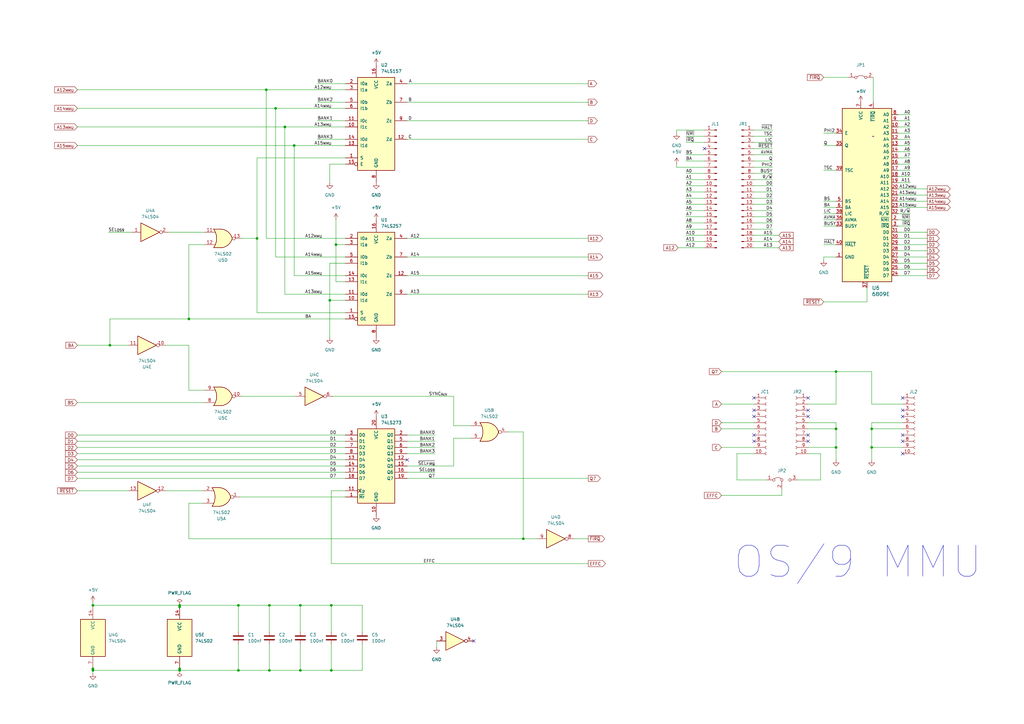
<source format=kicad_sch>
(kicad_sch (version 20230121) (generator eeschema)
  (paper "A3")
  (title_block (title "OS/9 MMU Board") (date "2023-06-12") (rev "V001") (comment 1 "drawn in 2023, based on the work of Mike Naberezny") (comment 2 "creativecommons.org/licenses/by/4.0/") (comment 3 "License: CC BY 4.0") (comment 4 "Author: InsaneDruid"))
  (lib_symbols
    (symbol "74xx:74LS02" (pin_names (offset 1.016))
      (property "Reference" "U" (at 0 1.27 0))
      (property "Value" "74LS02" (at 0 -1.27 0))
      (symbol "74LS02_1_1"
        (pin output inverted (at 7.62 0 180) (length 3.81) (name "~") (number "1"))
        (pin input line (at -7.62 2.54 0) (length 4.318) (name "~") (number "2"))
        (pin input line (at -7.62 -2.54 0) (length 4.318) (name "~") (number "3"))
      )
      (symbol "74LS02_1_2"
        (pin output line (at 7.62 0 180) (length 3.81) (name "~") (number "1"))
        (pin input inverted (at -7.62 2.54 0) (length 3.81) (name "~") (number "2"))
        (pin input inverted (at -7.62 -2.54 0) (length 3.81) (name "~") (number "3"))
      )
      (symbol "74LS02_2_1"
        (pin output inverted (at 7.62 0 180) (length 3.81) (name "~") (number "4"))
        (pin input line (at -7.62 2.54 0) (length 4.318) (name "~") (number "5"))
        (pin input line (at -7.62 -2.54 0) (length 4.318) (name "~") (number "6"))
      )
      (symbol "74LS02_2_2"
        (pin output line (at 7.62 0 180) (length 3.81) (name "~") (number "4"))
        (pin input inverted (at -7.62 2.54 0) (length 3.81) (name "~") (number "5"))
        (pin input inverted (at -7.62 -2.54 0) (length 3.81) (name "~") (number "6"))
      )
      (symbol "74LS02_3_1"
        (pin output inverted (at 7.62 0 180) (length 3.81) (name "~") (number "10"))
        (pin input line (at -7.62 2.54 0) (length 4.318) (name "~") (number "8"))
        (pin input line (at -7.62 -2.54 0) (length 4.318) (name "~") (number "9"))
      )
      (symbol "74LS02_3_2"
        (pin output line (at 7.62 0 180) (length 3.81) (name "~") (number "10"))
        (pin input inverted (at -7.62 2.54 0) (length 3.81) (name "~") (number "8"))
        (pin input inverted (at -7.62 -2.54 0) (length 3.81) (name "~") (number "9"))
      )
      (symbol "74LS02_4_1"
        (pin input line (at -7.62 2.54 0) (length 4.318) (name "~") (number "11"))
        (pin input line (at -7.62 -2.54 0) (length 4.318) (name "~") (number "12"))
        (pin output inverted (at 7.62 0 180) (length 3.81) (name "~") (number "13"))
      )
      (symbol "74LS02_4_2"
        (pin input inverted (at -7.62 2.54 0) (length 3.81) (name "~") (number "11"))
        (pin input inverted (at -7.62 -2.54 0) (length 3.81) (name "~") (number "12"))
        (pin output line (at 7.62 0 180) (length 3.81) (name "~") (number "13"))
      )
      (symbol "74LS02_5_0"
        (pin power_in line (at 0 12.7 270) (length 5.08) (name "VCC") (number "14"))
        (pin power_in line (at 0 -12.7 90) (length 5.08) (name "GND") (number "7"))
      )
    )
    (symbol "74xx:74LS04"
      (property "Reference" "U" (at 0 1.27 0))
      (property "Value" "74LS04" (at 0 -1.27 0))
      (symbol "74LS04_1_0"
        (pin input line (at -7.62 0 0) (length 3.81) (name "~") (number "1"))
        (pin output inverted (at 7.62 0 180) (length 3.81) (name "~") (number "2"))
      )
      (symbol "74LS04_2_0"
        (pin input line (at -7.62 0 0) (length 3.81) (name "~") (number "3"))
        (pin output inverted (at 7.62 0 180) (length 3.81) (name "~") (number "4"))
      )
      (symbol "74LS04_3_0"
        (pin input line (at -7.62 0 0) (length 3.81) (name "~") (number "5"))
        (pin output inverted (at 7.62 0 180) (length 3.81) (name "~") (number "6"))
      )
      (symbol "74LS04_4_0"
        (pin output inverted (at 7.62 0 180) (length 3.81) (name "~") (number "8"))
        (pin input line (at -7.62 0 0) (length 3.81) (name "~") (number "9"))
      )
      (symbol "74LS04_5_0"
        (pin output inverted (at 7.62 0 180) (length 3.81) (name "~") (number "10"))
        (pin input line (at -7.62 0 0) (length 3.81) (name "~") (number "11"))
      )
      (symbol "74LS04_6_0"
        (pin output inverted (at 7.62 0 180) (length 3.81) (name "~") (number "12"))
        (pin input line (at -7.62 0 0) (length 3.81) (name "~") (number "13"))
      )
      (symbol "74LS04_7_0"
        (pin power_in line (at 0 12.7 270) (length 5.08) (name "VCC") (number "14"))
        (pin power_in line (at 0 -12.7 90) (length 5.08) (name "GND") (number "7"))
      )
    )
    (symbol "74xx:74LS157" (pin_names (offset 1.016))
      (property "Reference" "U" (at -7.62 19.05 0))
      (property "Value" "74LS157" (at -7.62 -21.59 0))
      (symbol "74LS157_1_0"
        (pin input line (at -12.7 -15.24 0) (length 5.08) (name "S") (number "1"))
        (pin input line (at -12.7 -2.54 0) (length 5.08) (name "I1c") (number "10"))
        (pin input line (at -12.7 0 0) (length 5.08) (name "I0c") (number "11"))
        (pin output line (at 12.7 -7.62 180) (length 5.08) (name "Zd") (number "12"))
        (pin input line (at -12.7 -10.16 0) (length 5.08) (name "I1d") (number "13"))
        (pin input line (at -12.7 -7.62 0) (length 5.08) (name "I0d") (number "14"))
        (pin input inverted (at -12.7 -17.78 0) (length 5.08) (name "E") (number "15"))
        (pin power_in line (at 0 22.86 270) (length 5.08) (name "VCC") (number "16"))
        (pin input line (at -12.7 15.24 0) (length 5.08) (name "I0a") (number "2"))
        (pin input line (at -12.7 12.7 0) (length 5.08) (name "I1a") (number "3"))
        (pin output line (at 12.7 15.24 180) (length 5.08) (name "Za") (number "4"))
        (pin input line (at -12.7 7.62 0) (length 5.08) (name "I0b") (number "5"))
        (pin input line (at -12.7 5.08 0) (length 5.08) (name "I1b") (number "6"))
        (pin output line (at 12.7 7.62 180) (length 5.08) (name "Zb") (number "7"))
        (pin power_in line (at 0 -25.4 90) (length 5.08) (name "GND") (number "8"))
        (pin output line (at 12.7 0 180) (length 5.08) (name "Zc") (number "9"))
      )
    )
    (symbol "74xx:74LS257" (pin_names (offset 1.016))
      (property "Reference" "U" (at -7.62 19.05 0))
      (property "Value" "74LS257" (at -7.62 -21.59 0))
      (symbol "74LS257_1_0"
        (pin input line (at -12.7 -15.24 0) (length 5.08) (name "S") (number "1"))
        (pin input line (at -12.7 -10.16 0) (length 5.08) (name "I1d") (number "10"))
        (pin input line (at -12.7 -7.62 0) (length 5.08) (name "I0d") (number "11"))
        (pin tri_state line (at 12.7 0 180) (length 5.08) (name "Zc") (number "12"))
        (pin input line (at -12.7 -2.54 0) (length 5.08) (name "I1c") (number "13"))
        (pin input line (at -12.7 0 0) (length 5.08) (name "I0c") (number "14"))
        (pin input inverted (at -12.7 -17.78 0) (length 5.08) (name "OE") (number "15"))
        (pin power_in line (at 0 22.86 270) (length 5.08) (name "VCC") (number "16"))
        (pin input line (at -12.7 15.24 0) (length 5.08) (name "I0a") (number "2"))
        (pin input line (at -12.7 12.7 0) (length 5.08) (name "I1a") (number "3"))
        (pin tri_state line (at 12.7 15.24 180) (length 5.08) (name "Za") (number "4"))
        (pin input line (at -12.7 7.62 0) (length 5.08) (name "I0b") (number "5"))
        (pin input line (at -12.7 5.08 0) (length 5.08) (name "I1b") (number "6"))
        (pin tri_state line (at 12.7 7.62 180) (length 5.08) (name "Zb") (number "7"))
        (pin power_in line (at 0 -25.4 90) (length 5.08) (name "GND") (number "8"))
        (pin tri_state line (at 12.7 -7.62 180) (length 5.08) (name "Zd") (number "9"))
      )
    )
    (symbol "74xx:74LS273"
      (property "Reference" "U" (at -7.62 16.51 0))
      (property "Value" "74LS273" (at -7.62 -16.51 0))
      (symbol "74LS273_1_0"
        (pin input line (at -12.7 -12.7 0) (length 5.08) (name "~{Mr}") (number "1"))
        (pin power_in line (at 0 -20.32 90) (length 5.08) (name "GND") (number "10"))
        (pin input clock (at -12.7 -10.16 0) (length 5.08) (name "Cp") (number "11"))
        (pin output line (at 12.7 2.54 180) (length 5.08) (name "Q4") (number "12"))
        (pin input line (at -12.7 2.54 0) (length 5.08) (name "D4") (number "13"))
        (pin input line (at -12.7 0 0) (length 5.08) (name "D5") (number "14"))
        (pin output line (at 12.7 0 180) (length 5.08) (name "Q5") (number "15"))
        (pin output line (at 12.7 -2.54 180) (length 5.08) (name "Q6") (number "16"))
        (pin input line (at -12.7 -2.54 0) (length 5.08) (name "D6") (number "17"))
        (pin input line (at -12.7 -5.08 0) (length 5.08) (name "D7") (number "18"))
        (pin output line (at 12.7 -5.08 180) (length 5.08) (name "Q7") (number "19"))
        (pin output line (at 12.7 12.7 180) (length 5.08) (name "Q0") (number "2"))
        (pin power_in line (at 0 20.32 270) (length 5.08) (name "VCC") (number "20"))
        (pin input line (at -12.7 12.7 0) (length 5.08) (name "D0") (number "3"))
        (pin input line (at -12.7 10.16 0) (length 5.08) (name "D1") (number "4"))
        (pin output line (at 12.7 10.16 180) (length 5.08) (name "Q1") (number "5"))
        (pin output line (at 12.7 7.62 180) (length 5.08) (name "Q2") (number "6"))
        (pin input line (at -12.7 7.62 0) (length 5.08) (name "D2") (number "7"))
        (pin input line (at -12.7 5.08 0) (length 5.08) (name "D3") (number "8"))
        (pin output line (at 12.7 5.08 180) (length 5.08) (name "Q3") (number "9"))
      )
    )
    (symbol "Connector:Conn_01x10_Socket" (pin_names (offset 1.016) hide)
      (property "Reference" "J" (at 0 12.7 0))
      (property "Value" "Conn_01x10_Socket" (at 0 -15.24 0))
      (symbol "Conn_01x10_Socket_1_1"
        (pin passive line (at -5.08 10.16 0) (length 3.81) (name "Pin_1") (number "1"))
        (pin passive line (at -5.08 -12.7 0) (length 3.81) (name "Pin_10") (number "10"))
        (pin passive line (at -5.08 7.62 0) (length 3.81) (name "Pin_2") (number "2"))
        (pin passive line (at -5.08 5.08 0) (length 3.81) (name "Pin_3") (number "3"))
        (pin passive line (at -5.08 2.54 0) (length 3.81) (name "Pin_4") (number "4"))
        (pin passive line (at -5.08 0 0) (length 3.81) (name "Pin_5") (number "5"))
        (pin passive line (at -5.08 -2.54 0) (length 3.81) (name "Pin_6") (number "6"))
        (pin passive line (at -5.08 -5.08 0) (length 3.81) (name "Pin_7") (number "7"))
        (pin passive line (at -5.08 -7.62 0) (length 3.81) (name "Pin_8") (number "8"))
        (pin passive line (at -5.08 -10.16 0) (length 3.81) (name "Pin_9") (number "9"))
      )
    )
    (symbol "Connector:Conn_01x20_Pin" (pin_names (offset 1.016) hide)
      (property "Reference" "J" (at 0 25.4 0))
      (property "Value" "Conn_01x20_Pin" (at 0 -27.94 0))
      (symbol "Conn_01x20_Pin_1_1"
        (pin passive line (at 5.08 22.86 180) (length 3.81) (name "Pin_1") (number "1"))
        (pin passive line (at 5.08 0 180) (length 3.81) (name "Pin_10") (number "10"))
        (pin passive line (at 5.08 -2.54 180) (length 3.81) (name "Pin_11") (number "11"))
        (pin passive line (at 5.08 -5.08 180) (length 3.81) (name "Pin_12") (number "12"))
        (pin passive line (at 5.08 -7.62 180) (length 3.81) (name "Pin_13") (number "13"))
        (pin passive line (at 5.08 -10.16 180) (length 3.81) (name "Pin_14") (number "14"))
        (pin passive line (at 5.08 -12.7 180) (length 3.81) (name "Pin_15") (number "15"))
        (pin passive line (at 5.08 -15.24 180) (length 3.81) (name "Pin_16") (number "16"))
        (pin passive line (at 5.08 -17.78 180) (length 3.81) (name "Pin_17") (number "17"))
        (pin passive line (at 5.08 -20.32 180) (length 3.81) (name "Pin_18") (number "18"))
        (pin passive line (at 5.08 -22.86 180) (length 3.81) (name "Pin_19") (number "19"))
        (pin passive line (at 5.08 20.32 180) (length 3.81) (name "Pin_2") (number "2"))
        (pin passive line (at 5.08 -25.4 180) (length 3.81) (name "Pin_20") (number "20"))
        (pin passive line (at 5.08 17.78 180) (length 3.81) (name "Pin_3") (number "3"))
        (pin passive line (at 5.08 15.24 180) (length 3.81) (name "Pin_4") (number "4"))
        (pin passive line (at 5.08 12.7 180) (length 3.81) (name "Pin_5") (number "5"))
        (pin passive line (at 5.08 10.16 180) (length 3.81) (name "Pin_6") (number "6"))
        (pin passive line (at 5.08 7.62 180) (length 3.81) (name "Pin_7") (number "7"))
        (pin passive line (at 5.08 5.08 180) (length 3.81) (name "Pin_8") (number "8"))
        (pin passive line (at 5.08 2.54 180) (length 3.81) (name "Pin_9") (number "9"))
      )
    )
    (symbol "Jumper:Jumper_2_Bridged" (pin_names (offset 0) hide)
      (property "Reference" "JP" (at 0 1.905 0))
      (property "Value" "Jumper_2_Bridged" (at 0 -2.54 0))
      (symbol "Jumper_2_Bridged_1_1"
        (pin passive line (at -5.08 0 0) (length 2.54) (name "A") (number "1"))
        (pin passive line (at 5.08 0 180) (length 2.54) (name "B") (number "2"))
      )
    )
    (symbol "Jumper:Jumper_3_Bridged12" (pin_names (offset 0) hide)
      (property "Reference" "JP" (at -2.54 -2.54 0))
      (property "Value" "Jumper_3_Bridged12" (at 0 2.794 0))
      (symbol "Jumper_3_Bridged12_1_1"
        (pin passive line (at -6.35 0 0) (length 2.54) (name "A") (number "1"))
        (pin passive line (at 0 -3.81 90) (length 2.54) (name "C") (number "2"))
        (pin passive line (at 6.35 0 180) (length 2.54) (name "B") (number "3"))
      )
    )
    (symbol "commonpet_lib_sch:C" (pin_numbers hide) (pin_names (offset 0.254))
      (property "Reference" "REF**" (at 3.81 0 90))
      (property "Value" "C" (at -3.81 0 90))
      (symbol "C_1_1"
        (pin passive line (at 0 2.54 270) (length 1.524) (name "~") (number "1"))
        (pin passive line (at 0 -2.54 90) (length 1.524) (name "~") (number "2"))
      )
    )
    (symbol "commonpet_lib_sch:U13_6809E" (pin_names (offset 1.016))
      (property "Reference" "REF**" (at 4.4959 -43.18 0))
      (property "Value" "6809E" (at 4.4959 -45.72 0))
      (property "Datasheet" "~" (at 2.54 24.13 0))
      (symbol "U13_6809E_1_1"
        (pin power_in line (at -12.7 -25.4 0) (length 2.54) (name "GND") (number "1"))
        (pin tri_state line (at 12.7 27.94 180) (length 2.54) (name "A2") (number "10"))
        (pin tri_state line (at 12.7 25.4 180) (length 2.54) (name "A3") (number "11"))
        (pin tri_state line (at 12.7 22.86 180) (length 2.54) (name "A4") (number "12"))
        (pin tri_state line (at 12.7 20.32 180) (length 2.54) (name "A5") (number "13"))
        (pin tri_state line (at 12.7 17.78 180) (length 2.54) (name "A6") (number "14"))
        (pin tri_state line (at 12.7 15.24 180) (length 2.54) (name "A7") (number "15"))
        (pin tri_state line (at 12.7 12.7 180) (length 2.54) (name "A8") (number "16"))
        (pin tri_state line (at 12.7 10.16 180) (length 2.54) (name "A9") (number "17"))
        (pin tri_state line (at 12.7 7.62 180) (length 2.54) (name "A10") (number "18"))
        (pin tri_state line (at 12.7 5.08 180) (length 2.54) (name "A11") (number "19"))
        (pin input line (at 12.7 -10.16 180) (length 2.54) (name "~{NMI}") (number "2"))
        (pin tri_state line (at 12.7 2.54 180) (length 2.54) (name "A12") (number "20"))
        (pin tri_state line (at 12.7 0 180) (length 2.54) (name "A13") (number "21"))
        (pin tri_state line (at 12.7 -2.54 180) (length 2.54) (name "A14") (number "22"))
        (pin tri_state line (at 12.7 -5.08 180) (length 2.54) (name "A15") (number "23"))
        (pin bidirectional line (at 12.7 -33.02 180) (length 2.54) (name "D7") (number "24"))
        (pin bidirectional line (at 12.7 -30.48 180) (length 2.54) (name "D6") (number "25"))
        (pin bidirectional line (at 12.7 -27.94 180) (length 2.54) (name "D5") (number "26"))
        (pin bidirectional line (at 12.7 -25.4 180) (length 2.54) (name "D4") (number "27"))
        (pin bidirectional line (at 12.7 -22.86 180) (length 2.54) (name "D3") (number "28"))
        (pin bidirectional line (at 12.7 -20.32 180) (length 2.54) (name "D2") (number "29"))
        (pin input line (at 12.7 -12.7 180) (length 2.54) (name "~{IRQ}") (number "3"))
        (pin bidirectional line (at 12.7 -17.78 180) (length 2.54) (name "D1") (number "30"))
        (pin bidirectional line (at 12.7 -15.24 180) (length 2.54) (name "D0") (number "31"))
        (pin output line (at 12.7 -7.62 180) (length 2.54) (name "R/~{W}") (number "32"))
        (pin output line (at -12.7 -12.7 0) (length 2.54) (name "BUSY") (number "33"))
        (pin input line (at -12.7 25.4 0) (length 2.54) (name "E") (number "34"))
        (pin input line (at -12.7 20.32 0) (length 2.54) (name "Q") (number "35"))
        (pin output line (at -12.7 -10.16 0) (length 2.54) (name "AVMA") (number "36"))
        (pin input line (at 0 -38.1 90) (length 2.54) (name "~{RESET}") (number "37"))
        (pin output line (at -12.7 -7.62 0) (length 2.54) (name "LIC") (number "38"))
        (pin input line (at -12.7 10.16 0) (length 2.54) (name "TSC") (number "39"))
        (pin input line (at 2.54 38.1 270) (length 2.54) (name "~{FIRQ}") (number "4"))
        (pin input line (at -12.7 -20.32 0) (length 2.54) (name "~{HALT}") (number "40"))
        (pin output line (at -12.7 -2.54 0) (length 2.54) (name "BS") (number "5"))
        (pin output line (at -12.7 -5.08 0) (length 2.54) (name "BA") (number "6"))
        (pin power_in line (at -2.54 38.1 270) (length 2.54) (name "VCC") (number "7"))
        (pin tri_state line (at 12.7 33.02 180) (length 2.54) (name "A0") (number "8"))
        (pin tri_state line (at 12.7 30.48 180) (length 2.54) (name "A1") (number "9"))
      )
    )
    (symbol "power:+5V" (power) (pin_names (offset 0))
      (property "Value" "+5V" (at 0 3.556 0))
      (symbol "+5V_1_1"
        (pin power_in line (at 0 0 90) (length 0) hide (name "+5V") (number "1"))
      )
    )
    (symbol "power:GND" (power) (pin_names (offset 0))
      (property "Value" "GND" (at 0 -3.81 0))
      (symbol "GND_1_1"
        (pin power_in line (at 0 0 270) (length 0) hide (name "GND") (number "1"))
      )
    )
    (symbol "power:PWR_FLAG" (power) (pin_numbers hide) (pin_names (offset 0) hide)
      (property "Value" "PWR_FLAG" (at 0 3.81 0))
      (symbol "PWR_FLAG_0_0"
        (pin power_out line (at 0 0 90) (length 0) (name "pwr") (number "1"))
      )
    )
  )
  (junction (at 97.79 248.285))
  (junction (at 137.795 100.33))
  (junction (at 105.41 97.79))
  (junction (at 38.1 274.955))
  (junction (at 342.9 175.895))
  (junction (at 135.89 248.285))
  (junction (at 73.66 248.285))
  (junction (at 113.03 44.45))
  (junction (at 110.49 274.955))
  (junction (at 123.19 274.955))
  (junction (at 135.255 123.19))
  (junction (at 77.47 130.81))
  (junction (at 120.65 59.69))
  (junction (at 342.9 183.515))
  (junction (at 73.66 274.955))
  (junction (at 357.505 175.895))
  (junction (at 357.505 183.515))
  (junction (at 38.1 248.285))
  (junction (at 110.49 248.285))
  (junction (at 97.79 274.955))
  (junction (at 38.1 274.32))
  (junction (at 109.22 36.83))
  (junction (at 45.085 141.605))
  (junction (at 214.63 220.98))
  (junction (at 342.9 152.4))
  (junction (at 135.89 274.955))
  (junction (at 73.66 274.32))
  (junction (at 73.66 248.92))
  (junction (at 116.84 52.07))
  (junction (at 123.19 248.285))
  (no_connect (at 331.47 163.195))
  (no_connect (at 309.245 163.195))
  (no_connect (at 331.47 170.815))
  (no_connect (at 309.245 180.975))
  (no_connect (at 370.205 168.275))
  (no_connect (at 309.245 178.435))
  (no_connect (at 331.47 180.975))
  (no_connect (at 288.925 60.96))
  (no_connect (at 194.31 262.89))
  (no_connect (at 370.205 178.435))
  (no_connect (at 370.205 170.815))
  (no_connect (at 370.205 186.055))
  (no_connect (at 309.245 168.275))
  (no_connect (at 331.47 178.435))
  (no_connect (at 309.245 170.815))
  (no_connect (at 370.205 163.195))
  (no_connect (at 331.47 168.275))
  (no_connect (at 370.205 180.975))
  (no_connect (at 167.005 188.595))
  (wire (pts (xy 316.865 66.04) (xy 309.245 66.04)))
  (wire (pts (xy 77.47 206.375) (xy 77.47 220.98)))
  (wire (pts (xy 368.3 72.39) (xy 373.38 72.39)))
  (wire (pts (xy 31.75 188.595) (xy 141.605 188.595)))
  (wire (pts (xy 44.45 95.25) (xy 53.975 95.25)))
  (wire (pts (xy 331.47 175.895) (xy 342.9 175.895)))
  (wire (pts (xy 99.06 97.79) (xy 105.41 97.79)))
  (wire (pts (xy 45.085 141.605) (xy 52.705 141.605)))
  (wire (pts (xy 302.26 196.85) (xy 314.325 196.85)))
  (wire (pts (xy 281.305 66.04) (xy 288.925 66.04)))
  (wire (pts (xy 31.75 178.435) (xy 141.605 178.435)))
  (wire (pts (xy 31.75 201.295) (xy 52.705 201.295)))
  (wire (pts (xy 368.3 54.61) (xy 373.38 54.61)))
  (wire (pts (xy 97.79 248.285) (xy 97.79 259.08)))
  (wire (pts (xy 113.03 44.45) (xy 141.605 44.45)))
  (wire (pts (xy 31.75 191.135) (xy 141.605 191.135)))
  (wire (pts (xy 337.82 69.85) (xy 342.9 69.85)))
  (wire (pts (xy 135.255 67.31) (xy 135.255 74.93)))
  (wire (pts (xy 309.245 81.28) (xy 316.865 81.28)))
  (wire (pts (xy 337.82 87.63) (xy 342.9 87.63)))
  (wire (pts (xy 342.9 173.355) (xy 342.9 175.895)))
  (wire (pts (xy 309.245 93.98) (xy 316.865 93.98)))
  (wire (pts (xy 342.9 183.515) (xy 342.9 175.895)))
  (wire (pts (xy 295.91 152.4) (xy 342.9 152.4)))
  (wire (pts (xy 141.605 34.29) (xy 130.175 34.29)))
  (wire (pts (xy 309.245 96.52) (xy 319.405 96.52)))
  (wire (pts (xy 73.66 249.555) (xy 73.66 248.92)))
  (wire (pts (xy 123.19 274.955) (xy 135.89 274.955)))
  (wire (pts (xy 320.675 200.66) (xy 320.675 203.2)))
  (wire (pts (xy 368.3 52.07) (xy 373.38 52.07)))
  (wire (pts (xy 38.1 247.015) (xy 38.1 248.285)))
  (wire (pts (xy 31.75 36.83) (xy 109.22 36.83)))
  (wire (pts (xy 31.75 165.1) (xy 83.82 165.1)))
  (wire (pts (xy 368.3 90.17) (xy 373.38 90.17)))
  (wire (pts (xy 281.305 88.9) (xy 288.925 88.9)))
  (wire (pts (xy 31.75 52.07) (xy 116.84 52.07)))
  (wire (pts (xy 135.255 107.95) (xy 135.255 123.19)))
  (wire (pts (xy 77.47 206.375) (xy 83.185 206.375)))
  (wire (pts (xy 281.305 78.74) (xy 288.925 78.74)))
  (wire (pts (xy 31.75 183.515) (xy 141.605 183.515)))
  (wire (pts (xy 302.26 186.055) (xy 302.26 196.85)))
  (wire (pts (xy 186.055 179.705) (xy 186.055 191.135)))
  (wire (pts (xy 141.605 64.77) (xy 105.41 64.77)))
  (wire (pts (xy 110.49 274.955) (xy 123.19 274.955)))
  (wire (pts (xy 38.1 273.685) (xy 38.1 274.32)))
  (wire (pts (xy 281.305 93.98) (xy 288.925 93.98)))
  (wire (pts (xy 31.75 186.055) (xy 141.605 186.055)))
  (wire (pts (xy 135.255 123.19) (xy 141.605 123.19)))
  (wire (pts (xy 331.47 183.515) (xy 342.9 183.515)))
  (wire (pts (xy 331.47 186.055) (xy 336.55 186.055)))
  (wire (pts (xy 277.495 53.34) (xy 288.925 53.34)))
  (wire (pts (xy 73.66 273.685) (xy 73.66 274.32)))
  (wire (pts (xy 331.47 173.355) (xy 342.9 173.355)))
  (wire (pts (xy 31.75 196.215) (xy 141.605 196.215)))
  (wire (pts (xy 357.505 165.735) (xy 357.505 152.4)))
  (wire (pts (xy 337.82 31.75) (xy 347.98 31.75)))
  (wire (pts (xy 167.005 57.15) (xy 241.3 57.15)))
  (wire (pts (xy 309.245 183.515) (xy 295.91 183.515)))
  (wire (pts (xy 337.82 92.71) (xy 342.9 92.71)))
  (wire (pts (xy 116.84 52.07) (xy 141.605 52.07)))
  (wire (pts (xy 141.605 67.31) (xy 135.255 67.31)))
  (wire (pts (xy 368.3 46.99) (xy 373.38 46.99)))
  (wire (pts (xy 281.305 96.52) (xy 288.925 96.52)))
  (wire (pts (xy 167.005 113.03) (xy 241.3 113.03)))
  (wire (pts (xy 186.055 174.625) (xy 186.055 162.56)))
  (wire (pts (xy 135.89 248.285) (xy 148.59 248.285)))
  (wire (pts (xy 316.865 53.34) (xy 309.245 53.34)))
  (wire (pts (xy 309.245 73.66) (xy 316.865 73.66)))
  (wire (pts (xy 316.865 68.58) (xy 309.245 68.58)))
  (wire (pts (xy 337.82 105.41) (xy 342.9 105.41)))
  (wire (pts (xy 281.305 91.44) (xy 288.925 91.44)))
  (wire (pts (xy 135.89 264.16) (xy 135.89 274.955)))
  (wire (pts (xy 277.495 68.58) (xy 277.495 67.31)))
  (wire (pts (xy 77.47 130.81) (xy 141.605 130.81)))
  (wire (pts (xy 337.82 59.69) (xy 342.9 59.69)))
  (wire (pts (xy 31.75 193.675) (xy 141.605 193.675)))
  (wire (pts (xy 309.245 101.6) (xy 319.405 101.6)))
  (wire (pts (xy 281.305 81.28) (xy 288.925 81.28)))
  (wire (pts (xy 368.3 107.95) (xy 380.365 107.95)))
  (wire (pts (xy 368.3 92.71) (xy 373.38 92.71)))
  (wire (pts (xy 120.65 59.69) (xy 141.605 59.69)))
  (wire (pts (xy 309.245 99.06) (xy 319.405 99.06)))
  (wire (pts (xy 77.47 220.98) (xy 214.63 220.98)))
  (wire (pts (xy 148.59 264.16) (xy 148.59 274.955)))
  (wire (pts (xy 31.75 59.69) (xy 120.65 59.69)))
  (wire (pts (xy 113.03 105.41) (xy 141.605 105.41)))
  (wire (pts (xy 167.005 183.515) (xy 178.435 183.515)))
  (wire (pts (xy 337.82 123.825) (xy 355.6 123.825)))
  (wire (pts (xy 368.3 110.49) (xy 380.365 110.49)))
  (wire (pts (xy 135.89 274.955) (xy 148.59 274.955)))
  (wire (pts (xy 167.005 41.91) (xy 241.3 41.91)))
  (wire (pts (xy 97.79 248.285) (xy 110.49 248.285)))
  (wire (pts (xy 281.305 83.82) (xy 288.925 83.82)))
  (wire (pts (xy 31.75 44.45) (xy 113.03 44.45)))
  (wire (pts (xy 355.6 123.825) (xy 355.6 118.11)))
  (wire (pts (xy 135.255 107.95) (xy 141.605 107.95)))
  (wire (pts (xy 368.3 59.69) (xy 373.38 59.69)))
  (wire (pts (xy 123.19 248.285) (xy 123.19 259.08)))
  (wire (pts (xy 316.865 55.88) (xy 309.245 55.88)))
  (wire (pts (xy 167.005 196.215) (xy 241.3 196.215)))
  (wire (pts (xy 342.9 152.4) (xy 357.505 152.4)))
  (wire (pts (xy 368.3 113.03) (xy 380.365 113.03)))
  (wire (pts (xy 337.82 82.55) (xy 342.9 82.55)))
  (wire (pts (xy 38.1 248.285) (xy 38.1 248.92)))
  (wire (pts (xy 368.3 97.79) (xy 380.365 97.79)))
  (wire (pts (xy 137.795 100.33) (xy 137.795 115.57)))
  (wire (pts (xy 309.245 78.74) (xy 316.865 78.74)))
  (wire (pts (xy 368.3 77.47) (xy 380.365 77.47)))
  (wire (pts (xy 316.865 58.42) (xy 309.245 58.42)))
  (wire (pts (xy 316.865 63.5) (xy 309.245 63.5)))
  (wire (pts (xy 336.55 186.055) (xy 336.55 196.85)))
  (wire (pts (xy 67.945 201.295) (xy 83.185 201.295)))
  (wire (pts (xy 295.91 203.2) (xy 320.675 203.2)))
  (wire (pts (xy 141.605 57.15) (xy 130.175 57.15)))
  (wire (pts (xy 277.495 54.61) (xy 277.495 53.34)))
  (wire (pts (xy 281.305 58.42) (xy 288.925 58.42)))
  (wire (pts (xy 141.605 49.53) (xy 130.175 49.53)))
  (wire (pts (xy 368.3 62.23) (xy 373.38 62.23)))
  (wire (pts (xy 186.055 179.705) (xy 193.04 179.705)))
  (wire (pts (xy 214.63 220.98) (xy 220.345 220.98)))
  (wire (pts (xy 97.79 264.16) (xy 97.79 274.955)))
  (wire (pts (xy 368.3 64.77) (xy 373.38 64.77)))
  (wire (pts (xy 109.22 36.83) (xy 141.605 36.83)))
  (wire (pts (xy 357.505 173.355) (xy 357.505 175.895)))
  (wire (pts (xy 98.425 203.835) (xy 141.605 203.835)))
  (wire (pts (xy 167.005 178.435) (xy 178.435 178.435)))
  (wire (pts (xy 31.75 141.605) (xy 45.085 141.605)))
  (wire (pts (xy 316.865 60.96) (xy 309.245 60.96)))
  (wire (pts (xy 368.3 87.63) (xy 373.38 87.63)))
  (wire (pts (xy 77.47 160.02) (xy 83.82 160.02)))
  (wire (pts (xy 368.3 85.09) (xy 380.365 85.09)))
  (wire (pts (xy 368.3 67.31) (xy 373.38 67.31)))
  (wire (pts (xy 110.49 248.285) (xy 110.49 259.08)))
  (wire (pts (xy 167.005 120.65) (xy 241.3 120.65)))
  (wire (pts (xy 368.3 57.15) (xy 373.38 57.15)))
  (wire (pts (xy 368.3 74.93) (xy 373.38 74.93)))
  (wire (pts (xy 337.82 105.41) (xy 337.82 106.68)))
  (wire (pts (xy 337.82 54.61) (xy 342.9 54.61)))
  (wire (pts (xy 167.005 34.29) (xy 241.3 34.29)))
  (wire (pts (xy 69.215 95.25) (xy 83.82 95.25)))
  (wire (pts (xy 368.3 102.87) (xy 380.365 102.87)))
  (wire (pts (xy 342.9 183.515) (xy 342.9 188.595)))
  (wire (pts (xy 105.41 97.79) (xy 105.41 128.27)))
  (wire (pts (xy 309.245 173.355) (xy 295.91 173.355)))
  (wire (pts (xy 368.3 69.85) (xy 373.38 69.85)))
  (wire (pts (xy 331.47 165.735) (xy 342.9 165.735)))
  (wire (pts (xy 357.505 183.515) (xy 357.505 175.895)))
  (wire (pts (xy 73.66 274.955) (xy 97.79 274.955)))
  (wire (pts (xy 38.1 248.285) (xy 73.66 248.285)))
  (wire (pts (xy 167.005 193.675) (xy 178.435 193.675)))
  (wire (pts (xy 73.66 248.92) (xy 73.66 248.285)))
  (wire (pts (xy 38.1 276.225) (xy 38.1 274.955)))
  (wire (pts (xy 357.505 183.515) (xy 357.505 188.595)))
  (wire (pts (xy 113.03 44.45) (xy 113.03 105.41)))
  (wire (pts (xy 281.305 76.2) (xy 288.925 76.2)))
  (wire (pts (xy 105.41 64.77) (xy 105.41 97.79)))
  (wire (pts (xy 77.47 100.33) (xy 83.82 100.33)))
  (wire (pts (xy 45.085 130.81) (xy 77.47 130.81)))
  (wire (pts (xy 368.3 82.55) (xy 380.365 82.55)))
  (wire (pts (xy 370.205 165.735) (xy 357.505 165.735)))
  (wire (pts (xy 278.13 101.6) (xy 288.925 101.6)))
  (wire (pts (xy 67.945 141.605) (xy 77.47 141.605)))
  (wire (pts (xy 368.3 80.01) (xy 380.365 80.01)))
  (wire (pts (xy 167.005 105.41) (xy 241.3 105.41)))
  (wire (pts (xy 368.3 100.33) (xy 380.365 100.33)))
  (wire (pts (xy 309.245 175.895) (xy 295.91 175.895)))
  (wire (pts (xy 309.245 76.2) (xy 316.865 76.2)))
  (wire (pts (xy 73.66 248.285) (xy 97.79 248.285)))
  (wire (pts (xy 208.28 177.165) (xy 214.63 177.165)))
  (wire (pts (xy 136.525 162.56) (xy 186.055 162.56)))
  (wire (pts (xy 45.085 130.81) (xy 45.085 141.605)))
  (wire (pts (xy 309.245 91.44) (xy 316.865 91.44)))
  (wire (pts (xy 309.245 86.36) (xy 316.865 86.36)))
  (wire (pts (xy 109.22 97.79) (xy 141.605 97.79)))
  (wire (pts (xy 99.06 162.56) (xy 121.285 162.56)))
  (wire (pts (xy 167.005 180.975) (xy 178.435 180.975)))
  (wire (pts (xy 337.82 90.17) (xy 342.9 90.17)))
  (wire (pts (xy 337.82 85.09) (xy 342.9 85.09)))
  (wire (pts (xy 357.505 175.895) (xy 370.205 175.895)))
  (wire (pts (xy 368.3 95.25) (xy 380.365 95.25)))
  (wire (pts (xy 141.605 201.295) (xy 135.89 201.295)))
  (wire (pts (xy 342.9 165.735) (xy 342.9 152.4)))
  (wire (pts (xy 327.025 196.85) (xy 336.55 196.85)))
  (wire (pts (xy 281.305 73.66) (xy 288.925 73.66)))
  (wire (pts (xy 281.305 71.12) (xy 288.925 71.12)))
  (wire (pts (xy 120.65 59.69) (xy 120.65 113.03)))
  (wire (pts (xy 214.63 177.165) (xy 214.63 220.98)))
  (wire (pts (xy 137.795 90.17) (xy 137.795 100.33)))
  (wire (pts (xy 309.245 165.735) (xy 295.91 165.735)))
  (wire (pts (xy 167.005 97.79) (xy 241.3 97.79)))
  (wire (pts (xy 370.205 173.355) (xy 357.505 173.355)))
  (wire (pts (xy 281.305 63.5) (xy 288.925 63.5)))
  (wire (pts (xy 281.305 99.06) (xy 288.925 99.06)))
  (wire (pts (xy 116.84 120.65) (xy 141.605 120.65)))
  (wire (pts (xy 110.49 248.285) (xy 123.19 248.285)))
  (wire (pts (xy 368.3 49.53) (xy 373.38 49.53)))
  (wire (pts (xy 73.66 274.32) (xy 73.66 274.955)))
  (wire (pts (xy 281.305 55.88) (xy 288.925 55.88)))
  (wire (pts (xy 337.82 100.33) (xy 342.9 100.33)))
  (wire (pts (xy 368.3 105.41) (xy 380.365 105.41)))
  (wire (pts (xy 110.49 264.16) (xy 110.49 274.955)))
  (wire (pts (xy 135.89 248.285) (xy 135.89 259.08)))
  (wire (pts (xy 316.865 71.12) (xy 309.245 71.12)))
  (wire (pts (xy 179.07 262.89) (xy 179.07 265.43)))
  (wire (pts (xy 77.47 100.33) (xy 77.47 130.81)))
  (wire (pts (xy 277.495 68.58) (xy 288.925 68.58)))
  (wire (pts (xy 309.245 88.9) (xy 316.865 88.9)))
  (wire (pts (xy 123.19 264.16) (xy 123.19 274.955)))
  (wire (pts (xy 77.47 141.605) (xy 77.47 160.02)))
  (wire (pts (xy 31.75 180.975) (xy 141.605 180.975)))
  (wire (pts (xy 235.585 220.98) (xy 241.3 220.98)))
  (wire (pts (xy 358.14 41.91) (xy 358.14 31.75)))
  (wire (pts (xy 116.84 52.07) (xy 116.84 120.65)))
  (wire (pts (xy 97.79 274.955) (xy 110.49 274.955)))
  (wire (pts (xy 38.1 274.955) (xy 38.1 274.32)))
  (wire (pts (xy 167.005 49.53) (xy 241.3 49.53)))
  (wire (pts (xy 281.305 86.36) (xy 288.925 86.36)))
  (wire (pts (xy 109.22 36.83) (xy 109.22 97.79)))
  (wire (pts (xy 309.245 83.82) (xy 316.865 83.82)))
  (wire (pts (xy 148.59 248.285) (xy 148.59 259.08)))
  (wire (pts (xy 370.205 183.515) (xy 357.505 183.515)))
  (wire (pts (xy 141.605 41.91) (xy 130.175 41.91)))
  (wire (pts (xy 123.19 248.285) (xy 135.89 248.285)))
  (wire (pts (xy 135.89 231.14) (xy 241.3 231.14)))
  (wire (pts (xy 193.04 174.625) (xy 186.055 174.625)))
  (wire (pts (xy 105.41 128.27) (xy 141.605 128.27)))
  (wire (pts (xy 135.89 201.295) (xy 135.89 231.14)))
  (wire (pts (xy 137.795 100.33) (xy 141.605 100.33)))
  (wire (pts (xy 167.005 191.135) (xy 186.055 191.135)))
  (wire (pts (xy 38.1 274.955) (xy 73.66 274.955)))
  (wire (pts (xy 137.795 115.57) (xy 141.605 115.57)))
  (wire (pts (xy 120.65 113.03) (xy 141.605 113.03)))
  (wire (pts (xy 309.245 186.055) (xy 302.26 186.055)))
  (wire (pts (xy 135.255 123.19) (xy 135.255 138.43)))
  (wire (pts (xy 167.005 186.055) (xy 178.435 186.055)))
  (text "OS/9 MMU" (at 300.355 238.125 0) (effects (font (size 12.7 12.7)) (justify left bottom)))
  (label "A6" (at 373.38 62.23 180))
  (label "D5" (at 316.865 88.9 180))
  (label "A12_{MMU}" (at 128.905 36.83 0))
  (label "A9" (at 373.38 69.85 180))
  (label "AVMA" (at 316.865 63.5 180))
  (label "D2" (at 135.255 183.515 0))
  (label "A3" (at 373.38 54.61 180))
  (label "D1" (at 135.255 180.975 0))
  (label "BANK2" (at 178.435 183.515 180))
  (label "A3" (at 281.305 78.74 0))
  (label "A9" (at 281.305 93.98 0))
  (label "BANK1" (at 178.435 180.975 180))
  (label "A8" (at 373.38 67.31 180))
  (label "A1" (at 281.305 73.66 0))
  (label "D6" (at 316.865 91.44 180))
  (label "TSC" (at 337.82 69.85 0))
  (label "A4" (at 281.305 81.28 0))
  (label "D5" (at 135.255 191.135 0))
  (label "A15_{MMU}" (at 375.92 85.09 180))
  (label "D0" (at 135.255 178.435 0))
  (label "LIC" (at 337.82 87.63 0))
  (label "A6" (at 281.305 86.36 0))
  (label "BANK3" (at 178.435 186.055 180))
  (label "~{SEL_{FIRQ}}" (at 178.435 191.135 180))
  (label "D6" (at 373.38 110.49 180))
  (label "A14" (at 316.865 99.06 180))
  (label "SEL_{OS9}" (at 44.45 95.25 0))
  (label "D7" (at 135.255 196.215 0))
  (label "D7" (at 316.865 93.98 180))
  (label "D2" (at 316.865 81.28 180))
  (label "D3" (at 316.865 83.82 180))
  (label "A11" (at 281.305 99.06 0))
  (label "A12" (at 172.085 97.79 180))
  (label "A5" (at 281.305 83.82 0))
  (label "~{HALT}" (at 316.865 53.34 180))
  (label "Q" (at 316.865 66.04 180))
  (label "A15_{MMU}" (at 128.905 59.69 0))
  (label "~{NMI}" (at 373.38 90.17 180))
  (label "A" (at 168.91 34.29 180))
  (label "D0" (at 316.865 76.2 180))
  (label "BA" (at 281.305 66.04 0))
  (label "D3" (at 135.255 186.055 0))
  (label "TSC" (at 316.865 55.88 180))
  (label "B" (at 168.91 41.91 180))
  (label "Q" (at 337.82 59.69 0))
  (label "PHI2" (at 337.82 54.61 0))
  (label "D1" (at 316.865 78.74 180))
  (label "EFFC" (at 178.435 231.14 180))
  (label "A7" (at 373.38 64.77 180))
  (label "A10" (at 373.38 72.39 180))
  (label "SYNC_{Ack}" (at 183.515 162.56 180))
  (label "R{slash}~{W}" (at 373.38 87.63 180))
  (label "D" (at 168.91 49.53 180))
  (label "A13_{MMU}" (at 375.92 80.01 180))
  (label "A14_{MMU}" (at 125.095 105.41 0))
  (label "BUSY" (at 337.82 92.71 0))
  (label "BANK3" (at 130.175 57.15 0))
  (label "BANK0" (at 130.175 34.29 0))
  (label "A2" (at 373.38 52.07 180))
  (label "A7" (at 281.305 88.9 0))
  (label "A12_{MMU}" (at 125.095 97.79 0))
  (label "Q7" (at 178.435 196.215 180))
  (label "A12" (at 281.305 101.6 0))
  (label "~{NMI}" (at 281.305 55.88 0))
  (label "BANK0" (at 178.435 178.435 180))
  (label "A13_{MMU}" (at 128.905 52.07 0))
  (label "A1" (at 373.38 49.53 180))
  (label "A11" (at 373.38 74.93 180))
  (label "BANK2" (at 130.175 41.91 0))
  (label "A12_{MMU}" (at 375.92 77.47 180))
  (label "A15" (at 172.085 113.03 180))
  (label "D4" (at 373.38 105.41 180))
  (label "D6" (at 135.255 193.675 0))
  (label "~{IRQ}" (at 281.305 58.42 0))
  (label "BUSY" (at 316.865 71.12 180))
  (label "D7" (at 373.38 113.03 180))
  (label "D1" (at 373.38 97.79 180))
  (label "BS" (at 337.82 82.55 0))
  (label "A2" (at 281.305 76.2 0))
  (label "A15_{MMU}" (at 125.095 113.03 0))
  (label "BANK1" (at 130.175 49.53 0))
  (label "C" (at 168.91 57.15 180))
  (label "A14" (at 172.085 105.41 180))
  (label "PHI2" (at 316.865 68.58 180))
  (label "A13_{MMU}" (at 125.095 120.65 0))
  (label "SEL_{OS9}" (at 178.435 193.675 180))
  (label "A0" (at 373.38 46.99 180))
  (label "A13" (at 316.865 101.6 180))
  (label "A0" (at 281.305 71.12 0))
  (label "AVMA" (at 337.82 90.17 0))
  (label "~{RESET}" (at 316.865 60.96 180))
  (label "R{slash}~{W}" (at 316.865 73.66 180))
  (label "D0" (at 373.38 95.25 180))
  (label "A14_{MMU}" (at 128.905 44.45 0))
  (label "~{IRQ}" (at 373.38 92.71 180))
  (label "LIC" (at 316.865 58.42 180))
  (label "BA" (at 125.095 130.81 0))
  (label "BA" (at 337.82 85.09 0))
  (label "A13" (at 172.085 120.65 180))
  (label "A10" (at 281.305 96.52 0))
  (label "~{HALT}" (at 337.82 100.33 0))
  (label "A14_{MMU}" (at 375.92 82.55 180))
  (label "D4" (at 135.255 188.595 0))
  (label "A15" (at 316.865 96.52 180))
  (label "D3" (at 373.38 102.87 180))
  (label "A5" (at 373.38 59.69 180))
  (label "A4" (at 373.38 57.15 180))
  (label "D2" (at 373.38 100.33 180))
  (label "D4" (at 316.865 86.36 180))
  (label "A8" (at 281.305 91.44 0))
  (label "BS" (at 281.305 63.5 0))
  (label "D5" (at 373.38 107.95 180))
  (global_label "~{RESET}" (shape input) (at 31.75 201.295 180) (property "Intersheetrefs" "${INTERSHEET_REFS}" (effects hide)))
  (global_label "B" (shape input) (at 295.91 175.895 180) (property "Intersheetrefs" "${INTERSHEET_REFS}" (effects hide)))
  (global_label "A14_{MMU}" (shape input) (at 31.75 44.45 180) (property "Intersheetrefs" "${INTERSHEET_REFS}" (effects hide)))
  (global_label "A15_{MMU}" (shape output) (at 380.365 85.09 0) (property "Intersheetrefs" "${INTERSHEET_REFS}" (effects hide)))
  (global_label "A12" (shape input) (at 278.13 101.6 180) (property "Intersheetrefs" "${INTERSHEET_REFS}" (effects hide)))
  (global_label "A12_{MMU}" (shape input) (at 31.75 36.83 180) (property "Intersheetrefs" "${INTERSHEET_REFS}" (effects hide)))
  (global_label "D3" (shape output) (at 380.365 102.87 0) (property "Intersheetrefs" "${INTERSHEET_REFS}" (effects hide)))
  (global_label "A15" (shape output) (at 241.3 113.03 0) (property "Intersheetrefs" "${INTERSHEET_REFS}" (effects hide)))
  (global_label "A12_{MMU}" (shape output) (at 380.365 77.47 0) (property "Intersheetrefs" "${INTERSHEET_REFS}" (effects hide)))
  (global_label "Q7" (shape output) (at 241.3 196.215 0) (property "Intersheetrefs" "${INTERSHEET_REFS}" (effects hide)))
  (global_label "D0" (shape input) (at 31.75 178.435 180) (property "Intersheetrefs" "${INTERSHEET_REFS}" (effects hide)))
  (global_label "A13" (shape output) (at 241.3 120.65 0) (property "Intersheetrefs" "${INTERSHEET_REFS}" (effects hide)))
  (global_label "BS" (shape input) (at 31.75 165.1 180) (property "Intersheetrefs" "${INTERSHEET_REFS}" (effects hide)))
  (global_label "A13" (shape input) (at 319.405 101.6 0) (property "Intersheetrefs" "${INTERSHEET_REFS}" (effects hide)))
  (global_label "C" (shape output) (at 241.3 57.15 0) (property "Intersheetrefs" "${INTERSHEET_REFS}" (effects hide)))
  (global_label "D" (shape output) (at 241.3 49.53 0) (property "Intersheetrefs" "${INTERSHEET_REFS}" (effects hide)))
  (global_label "A" (shape output) (at 241.3 34.29 0) (property "Intersheetrefs" "${INTERSHEET_REFS}" (effects hide)))
  (global_label "D4" (shape output) (at 380.365 105.41 0) (property "Intersheetrefs" "${INTERSHEET_REFS}" (effects hide)))
  (global_label "D3" (shape input) (at 31.75 186.055 180) (property "Intersheetrefs" "${INTERSHEET_REFS}" (effects hide)))
  (global_label "A13_{MMU}" (shape output) (at 380.365 80.01 0) (property "Intersheetrefs" "${INTERSHEET_REFS}" (effects hide)))
  (global_label "D5" (shape input) (at 31.75 191.135 180) (property "Intersheetrefs" "${INTERSHEET_REFS}" (effects hide)))
  (global_label "D1" (shape input) (at 31.75 180.975 180) (property "Intersheetrefs" "${INTERSHEET_REFS}" (effects hide)))
  (global_label "C" (shape input) (at 295.91 183.515 180) (property "Intersheetrefs" "${INTERSHEET_REFS}" (effects hide)))
  (global_label "A" (shape input) (at 295.91 165.735 180) (property "Intersheetrefs" "${INTERSHEET_REFS}" (effects hide)))
  (global_label "D5" (shape output) (at 380.365 107.95 0) (property "Intersheetrefs" "${INTERSHEET_REFS}" (effects hide)))
  (global_label "~{FIRQ}" (shape output) (at 241.3 220.98 0) (property "Intersheetrefs" "${INTERSHEET_REFS}" (effects hide)))
  (global_label "D2" (shape input) (at 31.75 183.515 180) (property "Intersheetrefs" "${INTERSHEET_REFS}" (effects hide)))
  (global_label "D7" (shape input) (at 31.75 196.215 180) (property "Intersheetrefs" "${INTERSHEET_REFS}" (effects hide)))
  (global_label "D6" (shape output) (at 380.365 110.49 0) (property "Intersheetrefs" "${INTERSHEET_REFS}" (effects hide)))
  (global_label "A12" (shape output) (at 241.3 97.79 0) (property "Intersheetrefs" "${INTERSHEET_REFS}" (effects hide)))
  (global_label "~{FIRQ}" (shape input) (at 337.82 31.75 180) (property "Intersheetrefs" "${INTERSHEET_REFS}" (effects hide)))
  (global_label "D1" (shape output) (at 380.365 97.79 0) (property "Intersheetrefs" "${INTERSHEET_REFS}" (effects hide)))
  (global_label "D" (shape input) (at 295.91 173.355 180) (property "Intersheetrefs" "${INTERSHEET_REFS}" (effects hide)))
  (global_label "A14_{MMU}" (shape output) (at 380.365 82.55 0) (property "Intersheetrefs" "${INTERSHEET_REFS}" (effects hide)))
  (global_label "EFFC" (shape input) (at 295.91 203.2 180) (property "Intersheetrefs" "${INTERSHEET_REFS}" (effects hide)))
  (global_label "D7" (shape output) (at 380.365 113.03 0) (property "Intersheetrefs" "${INTERSHEET_REFS}" (effects hide)))
  (global_label "D6" (shape input) (at 31.75 193.675 180) (property "Intersheetrefs" "${INTERSHEET_REFS}" (effects hide)))
  (global_label "BA" (shape input) (at 31.75 141.605 180) (property "Intersheetrefs" "${INTERSHEET_REFS}" (effects hide)))
  (global_label "D4" (shape input) (at 31.75 188.595 180) (property "Intersheetrefs" "${INTERSHEET_REFS}" (effects hide)))
  (global_label "A15" (shape input) (at 319.405 96.52 0) (property "Intersheetrefs" "${INTERSHEET_REFS}" (effects hide)))
  (global_label "A14" (shape input) (at 319.405 99.06 0) (property "Intersheetrefs" "${INTERSHEET_REFS}" (effects hide)))
  (global_label "EFFC" (shape output) (at 241.3 231.14 0) (property "Intersheetrefs" "${INTERSHEET_REFS}" (effects hide)))
  (global_label "B" (shape output) (at 241.3 41.91 0) (property "Intersheetrefs" "${INTERSHEET_REFS}" (effects hide)))
  (global_label "D2" (shape output) (at 380.365 100.33 0) (property "Intersheetrefs" "${INTERSHEET_REFS}" (effects hide)))
  (global_label "A15_{MMU}" (shape input) (at 31.75 59.69 180) (property "Intersheetrefs" "${INTERSHEET_REFS}" (effects hide)))
  (global_label "D0" (shape output) (at 380.365 95.25 0) (property "Intersheetrefs" "${INTERSHEET_REFS}" (effects hide)))
  (global_label "A13_{MMU}" (shape input) (at 31.75 52.07 180) (property "Intersheetrefs" "${INTERSHEET_REFS}" (effects hide)))
  (global_label "~{RESET}" (shape input) (at 337.82 123.825 180) (property "Intersheetrefs" "${INTERSHEET_REFS}" (effects hide)))
  (global_label "Q7" (shape input) (at 295.91 152.4 180) (property "Intersheetrefs" "${INTERSHEET_REFS}" (effects hide)))
  (global_label "A14" (shape output) (at 241.3 105.41 0) (property "Intersheetrefs" "${INTERSHEET_REFS}" (effects hide)))
  (symbol (lib_id "74xx:74LS02") (at 91.44 97.79 0) (unit 4)
    (property "Reference" "U5" (at 91.44 106.68 0))
    (property "Value" "74LS02" (at 91.44 104.14 0))
    (property "Footprint" "commonpet_lib_fp:DIP-14_W7.62mm_LongPads" (effects hide))
    (property "Datasheet" "http://www.ti.com/lit/gpn/sn74ls02" (effects hide))
  )
  (symbol (lib_id "power:GND") (at 135.255 138.43 0) (unit 1)
    (property "Reference" "#PWR03" (effects hide))
    (property "Value" "GND" (at 135.255 143.51 0))
  )
  (symbol (lib_id "power:PWR_FLAG") (at 73.66 248.285 0) (unit 1)
    (property "Reference" "#FLG01" (effects hide))
    (property "Value" "PWR_FLAG" (at 73.66 243.205 0))
  )
  (symbol (lib_id "74xx:74LS02") (at 73.66 261.62 0) (unit 5)
    (property "Reference" "U5" (at 80.01 260.35 0) (effects (justify left)))
    (property "Value" "74LS02" (at 80.01 262.89 0) (effects (justify left)))
    (property "Footprint" "commonpet_lib_fp:DIP-14_W7.62mm_LongPads" (effects hide))
    (property "Datasheet" "http://www.ti.com/lit/gpn/sn74ls02" (effects hide))
  )
  (symbol (lib_id "Jumper:Jumper_2_Bridged") (at 353.06 31.75 0) (unit 1)
    (property "Reference" "JP1" (at 353.06 26.67 0))
    (property "Value" "Jumper_2_Bridged" (effects hide))
    (property "Footprint" "Connector_PinHeader_2.54mm:PinHeader_1x02_P2.54mm_Vertical" (effects hide))
  )
  (symbol (lib_id "power:GND") (at 154.305 74.93 0) (unit 1)
    (property "Reference" "#PWR010" (effects hide))
    (property "Value" "GND" (at 154.305 80.01 0))
  )
  (symbol (lib_id "commonpet_lib_sch:C") (at 148.59 261.62 0) (unit 1)
    (property "Reference" "C5" (at 152.4 260.35 0) (effects (justify left)))
    (property "Value" "100nf" (at 152.4 262.89 0) (effects (justify left)))
    (property "Footprint" "commonpet_lib_fp:C_Disc_D5.0mm_W2.5mm_P2.50mm" (effects hide))
  )
  (symbol (lib_id "74xx:74LS257") (at 154.305 113.03 0) (unit 1)
    (property "Reference" "U1" (at 156.2609 90.17 0) (effects (justify left)))
    (property "Value" "74LS257" (at 156.2609 92.71 0) (effects (justify left)))
    (property "Footprint" "commonpet_lib_fp:DIP-16_W7.62mm_LongPads" (effects hide))
    (property "Datasheet" "http://www.ti.com/lit/gpn/sn74LS257" (effects hide))
  )
  (symbol (lib_id "power:GND") (at 154.305 211.455 0) (unit 1)
    (property "Reference" "#PWR011" (effects hide))
    (property "Value" "GND" (at 154.305 216.535 0))
  )
  (symbol (lib_id "Connector:Conn_01x20_Pin") (at 294.005 76.2 0) (mirror y) (unit 1)
    (property "Reference" "JL1" (at 293.37 50.8 0))
    (property "Value" "Conn_01x20_Pin" (effects hide))
    (property "Footprint" "commonpet_lib_fp:PinHeader_1x20_P2.54mm_Vertical" (effects hide))
  )
  (symbol (lib_id "Connector:Conn_01x10_Socket") (at 326.39 173.355 0) (mirror y) (unit 1)
    (property "Reference" "JR2" (at 327.025 160.655 0))
    (property "Value" "Conn_01x10_Pin" (effects hide))
    (property "Footprint" "commonpet_lib_fp:PinSocket_1x10_P2.54mm_Vertical" (effects hide))
  )
  (symbol (lib_id "power:+5V") (at 277.495 67.31 0) (unit 1)
    (property "Reference" "#PWR05" (effects hide))
    (property "Value" "+5V" (at 277.495 62.23 0))
  )
  (symbol (lib_id "Connector:Conn_01x10_Socket") (at 314.325 173.355 0) (unit 1)
    (property "Reference" "JC1" (at 313.69 160.655 0))
    (property "Value" "Conn_01x10_Pin" (effects hide))
    (property "Footprint" "commonpet_lib_fp:PinSocket_1x10_P2.54mm_Vertical" (effects hide))
  )
  (symbol (lib_id "power:PWR_FLAG") (at 73.66 274.955 0) (mirror x) (unit 1)
    (property "Reference" "#FLG02" (effects hide))
    (property "Value" "PWR_FLAG" (at 73.66 280.035 0))
  )
  (symbol (lib_id "power:GND") (at 135.255 74.93 0) (unit 1)
    (property "Reference" "#PWR09" (effects hide))
    (property "Value" "GND" (at 135.255 80.01 0))
  )
  (symbol (lib_id "power:+5V") (at 154.305 26.67 0) (unit 1)
    (property "Reference" "#PWR019" (effects hide))
    (property "Value" "+5V" (at 154.305 21.59 0))
  )
  (symbol (lib_id "power:GND") (at 337.82 106.68 0) (unit 1)
    (property "Reference" "#PWR06" (effects hide))
    (property "Value" "GND" (at 337.82 111.76 0))
  )
  (symbol (lib_id "74xx:74LS04") (at 60.325 201.295 0) (mirror x) (unit 6)
    (property "Reference" "U4" (at 60.325 207.01 0))
    (property "Value" "74LS04" (at 60.325 209.55 0))
    (property "Footprint" "commonpet_lib_fp:DIP-14_W7.62mm_LongPads" (effects hide))
    (property "Datasheet" "http://www.ti.com/lit/gpn/sn74LS04" (effects hide))
  )
  (symbol (lib_id "power:GND") (at 154.305 138.43 0) (unit 1)
    (property "Reference" "#PWR04" (effects hide))
    (property "Value" "GND" (at 154.305 143.51 0))
  )
  (symbol (lib_id "74xx:74LS04") (at 61.595 95.25 0) (mirror x) (unit 1)
    (property "Reference" "U4" (at 61.595 86.36 0))
    (property "Value" "74LS04" (at 61.595 88.9 0))
    (property "Footprint" "commonpet_lib_fp:DIP-14_W7.62mm_LongPads" (effects hide))
    (property "Datasheet" "http://www.ti.com/lit/gpn/sn74LS04" (effects hide))
  )
  (symbol (lib_id "power:GND") (at 277.495 54.61 0) (unit 1)
    (property "Reference" "#PWR08" (effects hide))
    (property "Value" "GND" (at 277.495 59.69 0))
  )
  (symbol (lib_id "74xx:74LS04") (at 227.965 220.98 0) (unit 4)
    (property "Reference" "U4" (at 227.965 212.09 0))
    (property "Value" "74LS04" (at 227.965 214.63 0))
    (property "Footprint" "commonpet_lib_fp:DIP-14_W7.62mm_LongPads" (effects hide))
    (property "Datasheet" "http://www.ti.com/lit/gpn/sn74LS04" (effects hide))
  )
  (symbol (lib_id "Connector:Conn_01x10_Socket") (at 375.285 173.355 0) (unit 1)
    (property "Reference" "JL2" (at 374.65 160.655 0))
    (property "Value" "Conn_01x10_Pin" (effects hide))
    (property "Footprint" "commonpet_lib_fp:PinSocket_1x10_P2.54mm_Vertical" (effects hide))
  )
  (symbol (lib_id "power:GND") (at 179.07 265.43 0) (unit 1)
    (property "Reference" "#PWR014" (effects hide))
    (property "Value" "GND" (at 179.07 270.51 0))
  )
  (symbol (lib_id "74xx:74LS273") (at 154.305 191.135 0) (unit 1)
    (property "Reference" "U3" (at 156.2609 170.815 0) (effects (justify left)))
    (property "Value" "74LS273" (at 156.2609 173.355 0) (effects (justify left)))
    (property "Footprint" "commonpet_lib_fp:DIP-20_W7.62mm_LongPads" (effects hide))
    (property "Datasheet" "http://www.ti.com/lit/gpn/sn74LS273" (effects hide))
  )
  (symbol (lib_id "Jumper:Jumper_3_Bridged12") (at 320.675 196.85 0) (unit 1)
    (property "Reference" "JP2" (at 320.675 193.04 0))
    (property "Value" "Jumper_3_Bridged12" (effects hide))
    (property "Footprint" "Connector_PinHeader_2.54mm:PinHeader_1x03_P2.54mm_Vertical" (effects hide))
  )
  (symbol (lib_id "commonpet_lib_sch:C") (at 123.19 261.62 0) (unit 1)
    (property "Reference" "C3" (at 127 260.35 0) (effects (justify left)))
    (property "Value" "100nf" (at 127 262.89 0) (effects (justify left)))
    (property "Footprint" "Capacitor_THT:C_Disc_D5.0mm_W2.5mm_P5.00mm" (effects hide))
  )
  (symbol (lib_id "74xx:74LS04") (at 128.905 162.56 0) (unit 3)
    (property "Reference" "U4" (at 128.905 153.67 0))
    (property "Value" "74LS04" (at 128.905 156.21 0))
    (property "Footprint" "commonpet_lib_fp:DIP-14_W7.62mm_LongPads" (effects hide))
    (property "Datasheet" "http://www.ti.com/lit/gpn/sn74LS04" (effects hide))
  )
  (symbol (lib_id "74xx:74LS04") (at 38.1 261.62 0) (unit 7)
    (property "Reference" "U4" (at 44.45 260.35 0) (effects (justify left)))
    (property "Value" "74LS04" (at 44.45 262.89 0) (effects (justify left)))
    (property "Footprint" "commonpet_lib_fp:DIP-14_W7.62mm_LongPads" (effects hide))
    (property "Datasheet" "http://www.ti.com/lit/gpn/sn74LS04" (effects hide))
  )
  (symbol (lib_id "74xx:74LS02") (at 91.44 162.56 0) (mirror x) (unit 3)
    (property "Reference" "U5" (at 91.44 171.45 0))
    (property "Value" "74LS02" (at 91.44 168.91 0))
    (property "Footprint" "commonpet_lib_fp:DIP-14_W7.62mm_LongPads" (effects hide))
    (property "Datasheet" "http://www.ti.com/lit/gpn/sn74ls02" (effects hide))
  )
  (symbol (lib_id "commonpet_lib_sch:C") (at 110.49 261.62 0) (unit 1)
    (property "Reference" "C2" (at 114.3 260.35 0) (effects (justify left)))
    (property "Value" "100nf" (at 114.3 262.89 0) (effects (justify left)))
    (property "Footprint" "commonpet_lib_fp:C_Disc_D5.0mm_W2.5mm_P2.50mm" (effects hide))
  )
  (symbol (lib_id "power:GND") (at 357.505 188.595 0) (mirror y) (unit 1)
    (property "Reference" "#PWR017" (effects hide))
    (property "Value" "GND" (at 357.505 193.675 0))
  )
  (symbol (lib_id "commonpet_lib_sch:C") (at 135.89 261.62 0) (unit 1)
    (property "Reference" "C4" (at 139.7 260.35 0) (effects (justify left)))
    (property "Value" "100nf" (at 139.7 262.89 0) (effects (justify left)))
    (property "Footprint" "commonpet_lib_fp:C_Disc_D5.0mm_W2.5mm_P2.50mm" (effects hide))
  )
  (symbol (lib_id "Connector:Conn_01x20_Pin") (at 304.165 76.2 0) (unit 1)
    (property "Reference" "JR1" (at 304.8 50.8 0))
    (property "Value" "Conn_01x20_Pin" (effects hide))
    (property "Footprint" "commonpet_lib_fp:PinHeader_1x20_P2.54mm_Vertical" (effects hide))
  )
  (symbol (lib_id "power:+5V") (at 353.06 41.91 0) (unit 1)
    (property "Reference" "#PWR07" (effects hide))
    (property "Value" "+5V" (at 353.06 37.465 0))
  )
  (symbol (lib_id "commonpet_lib_sch:C") (at 97.79 261.62 0) (unit 1)
    (property "Reference" "C1" (at 101.6 260.35 0) (effects (justify left)))
    (property "Value" "100nf" (at 101.6 262.89 0) (effects (justify left)))
    (property "Footprint" "commonpet_lib_fp:C_Disc_D5.0mm_W2.5mm_P2.50mm" (effects hide))
  )
  (symbol (lib_id "74xx:74LS02") (at 90.805 203.835 0) (unit 1)
    (property "Reference" "U5" (at 90.805 212.725 0))
    (property "Value" "74LS02" (at 90.805 210.185 0))
    (property "Footprint" "commonpet_lib_fp:DIP-14_W7.62mm_LongPads" (effects hide))
    (property "Datasheet" "http://www.ti.com/lit/gpn/sn74ls02" (effects hide))
  )
  (symbol (lib_id "power:GND") (at 342.9 188.595 0) (unit 1)
    (property "Reference" "#PWR018" (effects hide))
    (property "Value" "GND" (at 342.9 193.675 0))
  )
  (symbol (lib_id "74xx:74LS157") (at 154.305 49.53 0) (unit 1)
    (property "Reference" "U2" (at 156.2609 26.67 0) (effects (justify left)))
    (property "Value" "74LS157" (at 156.2609 29.21 0) (effects (justify left)))
    (property "Footprint" "commonpet_lib_fp:DIP-16_W7.62mm_LongPads" (effects hide))
    (property "Datasheet" "http://www.ti.com/lit/gpn/sn74LS157" (effects hide))
  )
  (symbol (lib_id "power:+5V") (at 154.305 170.815 0) (unit 1)
    (property "Reference" "#PWR012" (effects hide))
    (property "Value" "+5V" (at 154.305 165.735 0))
  )
  (symbol (lib_id "power:GND") (at 38.1 276.225 0) (unit 1)
    (property "Reference" "#PWR015" (effects hide))
    (property "Value" "GND" (at 38.1 281.305 0))
  )
  (symbol (lib_id "power:+5V") (at 154.305 90.17 0) (unit 1)
    (property "Reference" "#PWR02" (effects hide))
    (property "Value" "+5V" (at 154.305 85.09 0))
  )
  (symbol (lib_id "74xx:74LS04") (at 186.69 262.89 0) (unit 2)
    (property "Reference" "U4" (at 186.69 254 0))
    (property "Value" "74LS04" (at 186.69 256.54 0))
    (property "Footprint" "commonpet_lib_fp:DIP-14_W7.62mm_LongPads" (effects hide))
    (property "Datasheet" "http://www.ti.com/lit/gpn/sn74LS04" (effects hide))
  )
  (symbol (lib_id "power:+5V") (at 38.1 247.015 0) (unit 1)
    (property "Reference" "#PWR013" (effects hide))
    (property "Value" "+5V" (at 38.1 241.935 0))
  )
  (symbol (lib_id "74xx:74LS02") (at 200.66 177.165 0) (mirror x) (unit 2)
    (property "Reference" "U5" (at 200.66 168.275 0))
    (property "Value" "74LS02" (at 200.66 170.815 0))
    (property "Footprint" "commonpet_lib_fp:DIP-14_W7.62mm_LongPads" (effects hide))
    (property "Datasheet" "http://www.ti.com/lit/gpn/sn74ls02" (effects hide))
  )
  (symbol (lib_id "power:+5V") (at 137.795 90.17 0) (unit 1)
    (property "Reference" "#PWR01" (effects hide))
    (property "Value" "+5V" (at 137.795 85.09 0))
  )
  (symbol (lib_id "74xx:74LS04") (at 60.325 141.605 0) (mirror x) (unit 5)
    (property "Reference" "U4" (at 60.325 150.495 0))
    (property "Value" "74LS04" (at 60.325 147.955 0))
    (property "Footprint" "commonpet_lib_fp:DIP-14_W7.62mm_LongPads" (effects hide))
    (property "Datasheet" "http://www.ti.com/lit/gpn/sn74LS04" (effects hide))
  )
  (symbol (lib_id "commonpet_lib_sch:U13_6809E") (at 355.6 80.01 0) (unit 1)
    (property "Reference" "U6" (at 357.5559 118.11 0) (effects (font (size 1.524 1.524)) (justify left)))
    (property "Value" "6809E" (at 357.5559 120.65 0) (effects (font (size 1.524 1.524)) (justify left)))
    (property "Footprint" "commonpet_lib_fp:DIP-40_W15.24mm_Socket_LongPads" (effects hide))
    (property "Datasheet" "~" (at 358.14 55.88 0) (effects (font (size 1.524 1.524))))
  )
)
</source>
